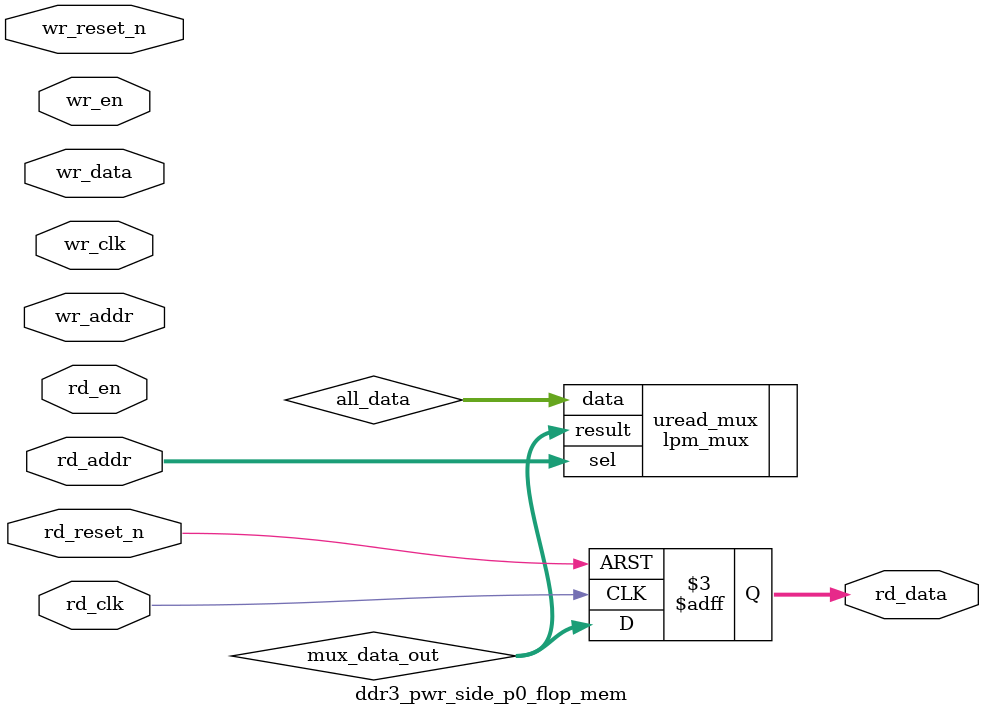
<source format=v>



`timescale 1 ps / 1 ps

(* altera_attribute = "-name ALLOW_SYNCH_CTRL_USAGE ON;-name AUTO_CLOCK_ENABLE_RECOGNITION ON" *)
module ddr3_pwr_side_p0_flop_mem(
	wr_reset_n,
	wr_clk,
	wr_en,
	wr_addr,
	wr_data,
	rd_reset_n,
	rd_clk,
	rd_en,
	rd_addr,
	rd_data
);

parameter WRITE_MEM_DEPTH	= "";
parameter WRITE_ADDR_WIDTH	= "";
parameter WRITE_DATA_WIDTH	= "";
parameter READ_MEM_DEPTH	= "";
parameter READ_ADDR_WIDTH	= "";		 
parameter READ_DATA_WIDTH	= "";


input	wr_reset_n;
input	wr_clk;
input	wr_en;
input	[WRITE_ADDR_WIDTH-1:0] wr_addr;
input	[WRITE_DATA_WIDTH-1:0] wr_data;
input	rd_reset_n;
input	rd_clk;
input	rd_en;
input	[READ_ADDR_WIDTH-1:0] rd_addr;
output	[READ_DATA_WIDTH-1:0] rd_data;



wire	[WRITE_DATA_WIDTH*WRITE_MEM_DEPTH-1:0] all_data;
wire	[READ_DATA_WIDTH-1:0] mux_data_out;



// declare a memory with WRITE_MEM_DEPTH entries
// each entry contains a data size of WRITE_DATA_WIDTH
reg	[WRITE_DATA_WIDTH-1:0] data_stored [0:WRITE_MEM_DEPTH-1] /* synthesis syn_preserve = 1 */;
reg	[READ_DATA_WIDTH-1:0] rd_data;

generate
genvar entry;
	for (entry=0; entry < WRITE_MEM_DEPTH; entry=entry+1)
	begin: mem_location
		assign all_data[(WRITE_DATA_WIDTH*(entry+1)-1) : (WRITE_DATA_WIDTH*entry)] = data_stored[entry]; 
		
		always @(posedge wr_clk or negedge wr_reset_n)
		begin
			if (~wr_reset_n) begin
				data_stored[entry] <= {WRITE_DATA_WIDTH{1'b0}};
			end else begin
				if (wr_en) begin
					if (entry == wr_addr) begin
						data_stored[entry] <= wr_data;
					end
				end
			end
		end		
	end
endgenerate

// mux to select the correct output data based on read address
lpm_mux	uread_mux(
	.sel (rd_addr),
	.data (all_data),
	.result (mux_data_out)
	// synopsys translate_off
	,
	.aclr (),
	.clken (),
	.clock ()
	// synopsys translate_on
	);
 defparam uread_mux.lpm_size = READ_MEM_DEPTH;
 defparam uread_mux.lpm_type = "LPM_MUX";
 defparam uread_mux.lpm_width = READ_DATA_WIDTH;
 defparam uread_mux.lpm_widths = READ_ADDR_WIDTH;

always @(posedge rd_clk or negedge rd_reset_n)	
begin
	if (~rd_reset_n) begin
		rd_data <= {READ_DATA_WIDTH{1'b0}};
	end else begin
		rd_data <= mux_data_out;
	end
end

endmodule

</source>
